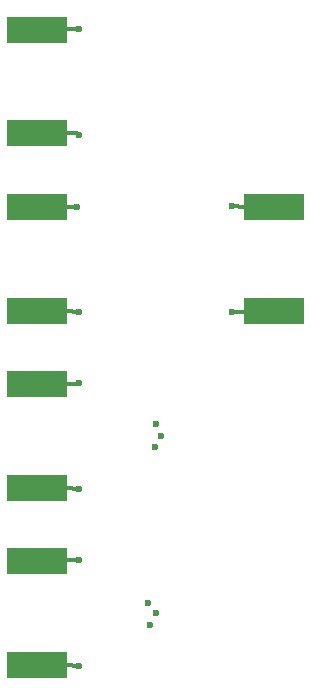
<source format=gbl>
G04 #@! TF.FileFunction,Copper,L4,Bot,Signal*
%FSLAX46Y46*%
G04 Gerber Fmt 4.6, Leading zero omitted, Abs format (unit mm)*
G04 Created by KiCad (PCBNEW 4.0.2-stable) date Tue Apr 26 20:14:23 2016*
%MOMM*%
G01*
G04 APERTURE LIST*
%ADD10C,0.100000*%
%ADD11R,5.080000X2.290000*%
%ADD12C,0.600000*%
%ADD13C,0.350000*%
G04 APERTURE END LIST*
D10*
D11*
X150000000Y-70620000D03*
X150000000Y-79380000D03*
X150000000Y-85620000D03*
X150000000Y-94380000D03*
X150000000Y-100620000D03*
X150000000Y-109380000D03*
X150000000Y-115620000D03*
X150000000Y-124380000D03*
X170000000Y-94380000D03*
X170000000Y-85620000D03*
D12*
X166500000Y-94500000D03*
X166500000Y-85500000D03*
X153500000Y-70500000D03*
X153500000Y-79500000D03*
X153380000Y-85620000D03*
X153500000Y-94500000D03*
X153500000Y-100500000D03*
X153500000Y-109500000D03*
X153500000Y-115500000D03*
X153500000Y-124500000D03*
X160000000Y-120000000D03*
X159500000Y-121000000D03*
X159400000Y-119100000D03*
X159950000Y-105950000D03*
X160000000Y-104000000D03*
X160500000Y-105000000D03*
D13*
X166500000Y-94500000D02*
X169880000Y-94500000D01*
X169880000Y-94500000D02*
X170000000Y-94380000D01*
X166990000Y-85500000D02*
X166500000Y-85500000D01*
X170000000Y-85620000D02*
X167110000Y-85620000D01*
X167110000Y-85620000D02*
X166990000Y-85500000D01*
X153500000Y-70500000D02*
X150120000Y-70500000D01*
X150120000Y-70500000D02*
X150000000Y-70620000D01*
X150000000Y-79380000D02*
X153380000Y-79380000D01*
X153380000Y-79380000D02*
X153500000Y-79500000D01*
X153380000Y-85620000D02*
X150000000Y-85620000D01*
X153010000Y-94500000D02*
X153500000Y-94500000D01*
X150000000Y-94380000D02*
X152890000Y-94380000D01*
X152890000Y-94380000D02*
X153010000Y-94500000D01*
X150000000Y-100620000D02*
X153380000Y-100620000D01*
X153380000Y-100620000D02*
X153500000Y-100500000D01*
X153010000Y-109500000D02*
X153500000Y-109500000D01*
X150000000Y-109380000D02*
X152890000Y-109380000D01*
X152890000Y-109380000D02*
X153010000Y-109500000D01*
X153500000Y-115500000D02*
X150120000Y-115500000D01*
X150120000Y-115500000D02*
X150000000Y-115620000D01*
X153010000Y-124500000D02*
X153500000Y-124500000D01*
X150000000Y-124380000D02*
X152890000Y-124380000D01*
X152890000Y-124380000D02*
X153010000Y-124500000D01*
M02*

</source>
